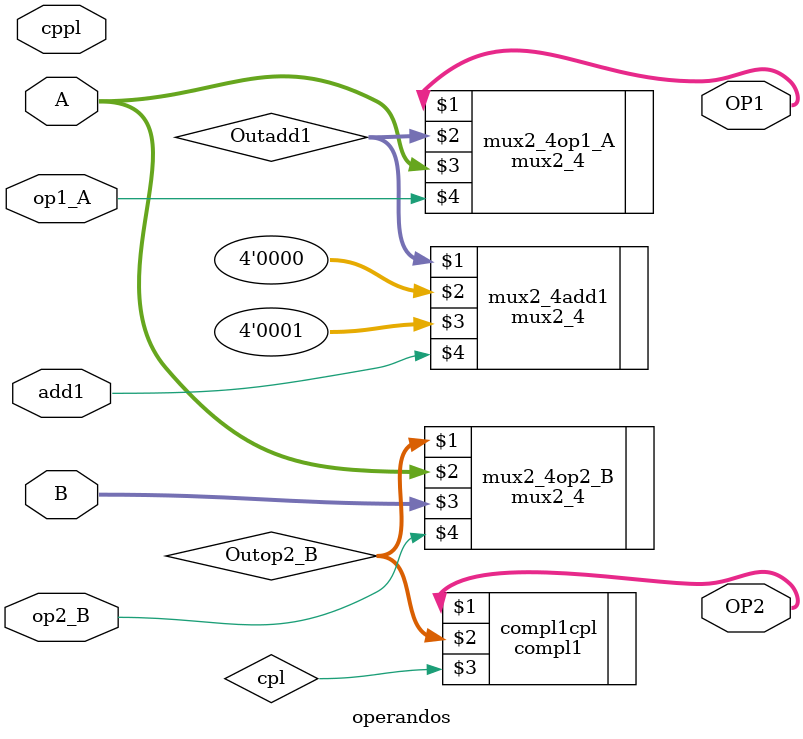
<source format=v>
module operandos( input wire[3:0] A, B, input wire add1, op1_A, op2_B, cppl, output wire [3:0] OP1, OP2);

  wire [3:0] Outadd1, Outop1_A, Outop2_B, Outcompl1, Outsum4, Outul4;
    //OP1
  mux2_4 mux2_4add1(Outadd1, 4'b0000, 4'b0001, add1);
  mux2_4 mux2_4op1_A(OP1, Outadd1, A, op1_A);


//OP2
  mux2_4 mux2_4op2_B(Outop2_B, A, B, op2_B);
  compl1 compl1cpl(OP2, Outop2_B, cpl);
     
endmodule
</source>
